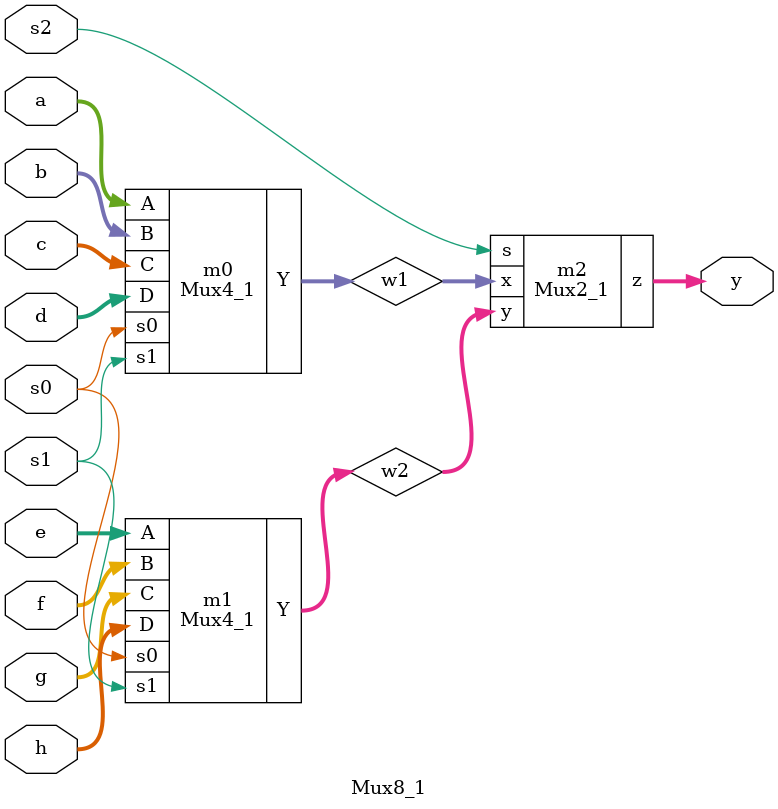
<source format=v>
module Mux2_1(input [7:0]x,y, 
       input s, 
       output [7:0]z); 
  
 assign z = s? y : x ;  
endmodule  
 
 
module Mux4_1(input [7:0] A,B,C,D, 
       input s0,s1,  
          output [7:0]Y); 
  
 assign Y = s1? (s0?D:C):(s1?B:A); 
endmodule  
 
 
module Mux8_1(input [7:0]a, b, c, d, e, f, g, h, 
       input s2,s1,s0, 
       output [7:0]y); 
       wire [7:0]w1,w2; 
 
 Mux4_1 m0(a, b, c, d, s0, s1, w1); 
 Mux4_1 m1(e, f, g, h, s0, s1, w2); 
 Mux2_1 m2(w1, w2, s2, y); 
endmodule

// Two 4-to-1 multiplexers reduce the eight inputs to two outputs (w1, w2).
// The final 2-to-1 multiplexer selects between w1 and w2 based on s2.

</source>
